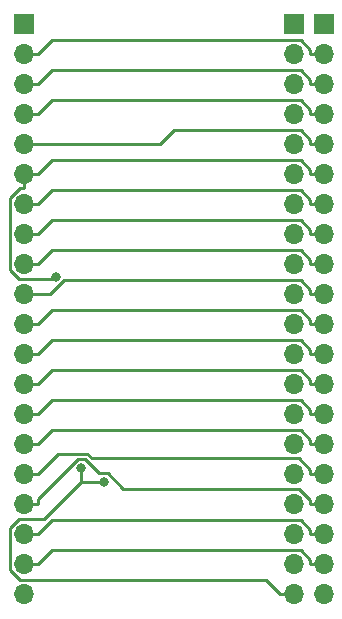
<source format=gbr>
G04 #@! TF.GenerationSoftware,KiCad,Pcbnew,5.1.5+dfsg1-2build2*
G04 #@! TF.CreationDate,2022-03-02T19:09:04-05:00*
G04 #@! TF.ProjectId,RAK11300_BREAKOUT,52414b31-3133-4303-905f-425245414b4f,rev?*
G04 #@! TF.SameCoordinates,Original*
G04 #@! TF.FileFunction,Copper,L2,Bot*
G04 #@! TF.FilePolarity,Positive*
%FSLAX46Y46*%
G04 Gerber Fmt 4.6, Leading zero omitted, Abs format (unit mm)*
G04 Created by KiCad (PCBNEW 5.1.5+dfsg1-2build2) date 2022-03-02 19:09:04*
%MOMM*%
%LPD*%
G04 APERTURE LIST*
%ADD10O,1.700000X1.700000*%
%ADD11R,1.700000X1.700000*%
%ADD12C,0.800000*%
%ADD13C,0.250000*%
G04 APERTURE END LIST*
D10*
X77400000Y-100130000D03*
X77400000Y-97590000D03*
X77400000Y-95050000D03*
X77400000Y-92510000D03*
X77400000Y-89970000D03*
X77400000Y-87430000D03*
X77400000Y-84890000D03*
X77400000Y-82350000D03*
X77400000Y-79810000D03*
X77400000Y-77270000D03*
X77400000Y-74730000D03*
X77400000Y-72190000D03*
X77400000Y-69650000D03*
X77400000Y-67110000D03*
X77400000Y-64570000D03*
X77400000Y-62030000D03*
X77400000Y-59490000D03*
X77400000Y-56950000D03*
X77400000Y-54410000D03*
D11*
X77400000Y-51870000D03*
D10*
X74860000Y-100130000D03*
X74860000Y-97590000D03*
X74860000Y-95050000D03*
X74860000Y-92510000D03*
X74860000Y-89970000D03*
X74860000Y-87430000D03*
X74860000Y-84890000D03*
X74860000Y-82350000D03*
X74860000Y-79810000D03*
X74860000Y-77270000D03*
X74860000Y-74730000D03*
X74860000Y-72190000D03*
X74860000Y-69650000D03*
X74860000Y-67110000D03*
X74860000Y-64570000D03*
X74860000Y-62030000D03*
X74860000Y-59490000D03*
X74860000Y-56950000D03*
X74860000Y-54410000D03*
D11*
X74860000Y-51870000D03*
D10*
X52000000Y-100130000D03*
X52000000Y-97590000D03*
X52000000Y-95050000D03*
X52000000Y-92510000D03*
X52000000Y-89970000D03*
X52000000Y-87430000D03*
X52000000Y-84890000D03*
X52000000Y-82350000D03*
X52000000Y-79810000D03*
X52000000Y-77270000D03*
X52000000Y-74730000D03*
X52000000Y-72190000D03*
X52000000Y-69650000D03*
X52000000Y-67110000D03*
X52000000Y-64570000D03*
X52000000Y-62030000D03*
X52000000Y-59490000D03*
X52000000Y-56950000D03*
X52000000Y-54410000D03*
D11*
X52000000Y-51870000D03*
D12*
X54664300Y-73252600D03*
X58756200Y-90616400D03*
X56835500Y-89427600D03*
D13*
X77400000Y-54410000D02*
X76224700Y-54410000D01*
X52000000Y-54410000D02*
X53175300Y-54410000D01*
X53175300Y-54410000D02*
X54350600Y-53234700D01*
X54350600Y-53234700D02*
X75416800Y-53234700D01*
X75416800Y-53234700D02*
X76224700Y-54042600D01*
X76224700Y-54042600D02*
X76224700Y-54410000D01*
X77400000Y-97590000D02*
X76224700Y-97590000D01*
X52000000Y-97590000D02*
X53175300Y-97590000D01*
X53175300Y-97590000D02*
X54350600Y-96414700D01*
X54350600Y-96414700D02*
X75416800Y-96414700D01*
X75416800Y-96414700D02*
X76224700Y-97222600D01*
X76224700Y-97222600D02*
X76224700Y-97590000D01*
X77400000Y-95050000D02*
X76224700Y-95050000D01*
X52000000Y-95050000D02*
X53175300Y-95050000D01*
X53175300Y-95050000D02*
X54350600Y-93874700D01*
X54350600Y-93874700D02*
X75416800Y-93874700D01*
X75416800Y-93874700D02*
X76224700Y-94682600D01*
X76224700Y-94682600D02*
X76224700Y-95050000D01*
X76224700Y-92510000D02*
X76224700Y-92142600D01*
X76224700Y-92142600D02*
X75279100Y-91197000D01*
X75279100Y-91197000D02*
X60362600Y-91197000D01*
X60362600Y-91197000D02*
X59056700Y-89891100D01*
X59056700Y-89891100D02*
X58324800Y-89891100D01*
X58324800Y-89891100D02*
X57136000Y-88702300D01*
X57136000Y-88702300D02*
X56523100Y-88702300D01*
X56523100Y-88702300D02*
X53175300Y-92050100D01*
X53175300Y-92050100D02*
X53175300Y-92510000D01*
X77400000Y-92510000D02*
X76224700Y-92510000D01*
X52000000Y-92510000D02*
X53175300Y-92510000D01*
X76224700Y-89970000D02*
X76224700Y-89602700D01*
X76224700Y-89602700D02*
X75253700Y-88631700D01*
X75253700Y-88631700D02*
X57702300Y-88631700D01*
X57702300Y-88631700D02*
X57322600Y-88252000D01*
X57322600Y-88252000D02*
X54893300Y-88252000D01*
X54893300Y-88252000D02*
X53175300Y-89970000D01*
X77400000Y-89970000D02*
X76224700Y-89970000D01*
X52000000Y-89970000D02*
X53175300Y-89970000D01*
X77400000Y-87430000D02*
X76224700Y-87430000D01*
X52000000Y-87430000D02*
X53175300Y-87430000D01*
X53175300Y-87430000D02*
X54350600Y-86254700D01*
X54350600Y-86254700D02*
X75416800Y-86254700D01*
X75416800Y-86254700D02*
X76224700Y-87062600D01*
X76224700Y-87062600D02*
X76224700Y-87430000D01*
X77400000Y-84890000D02*
X76224700Y-84890000D01*
X52000000Y-84890000D02*
X53175300Y-84890000D01*
X53175300Y-84890000D02*
X54350600Y-83714700D01*
X54350600Y-83714700D02*
X75416800Y-83714700D01*
X75416800Y-83714700D02*
X76224700Y-84522600D01*
X76224700Y-84522600D02*
X76224700Y-84890000D01*
X77400000Y-82350000D02*
X76224700Y-82350000D01*
X52000000Y-82350000D02*
X53175300Y-82350000D01*
X53175300Y-82350000D02*
X54350600Y-81174700D01*
X54350600Y-81174700D02*
X75416800Y-81174700D01*
X75416800Y-81174700D02*
X76224700Y-81982600D01*
X76224700Y-81982600D02*
X76224700Y-82350000D01*
X77400000Y-79810000D02*
X76224700Y-79810000D01*
X52000000Y-79810000D02*
X53175300Y-79810000D01*
X53175300Y-79810000D02*
X54350600Y-78634700D01*
X54350600Y-78634700D02*
X75416800Y-78634700D01*
X75416800Y-78634700D02*
X76224700Y-79442600D01*
X76224700Y-79442600D02*
X76224700Y-79810000D01*
X77400000Y-77270000D02*
X76224700Y-77270000D01*
X52000000Y-77270000D02*
X53175300Y-77270000D01*
X53175300Y-77270000D02*
X54350600Y-76094700D01*
X54350600Y-76094700D02*
X75416800Y-76094700D01*
X75416800Y-76094700D02*
X76224700Y-76902600D01*
X76224700Y-76902600D02*
X76224700Y-77270000D01*
X53175300Y-74730000D02*
X54212700Y-74730000D01*
X54212700Y-74730000D02*
X55388000Y-73554700D01*
X55388000Y-73554700D02*
X75416800Y-73554700D01*
X75416800Y-73554700D02*
X76224700Y-74362600D01*
X76224700Y-74362600D02*
X76224700Y-74730000D01*
X77400000Y-74730000D02*
X76224700Y-74730000D01*
X52000000Y-74730000D02*
X53175300Y-74730000D01*
X52000000Y-72190000D02*
X53175300Y-72190000D01*
X77400000Y-72190000D02*
X76224700Y-72190000D01*
X76224700Y-72190000D02*
X76224700Y-71822700D01*
X76224700Y-71822700D02*
X75416700Y-71014700D01*
X75416700Y-71014700D02*
X54350600Y-71014700D01*
X54350600Y-71014700D02*
X53175300Y-72190000D01*
X77400000Y-69650000D02*
X76224700Y-69650000D01*
X52000000Y-69650000D02*
X53175300Y-69650000D01*
X53175300Y-69650000D02*
X54350600Y-68474700D01*
X54350600Y-68474700D02*
X75416800Y-68474700D01*
X75416800Y-68474700D02*
X76224700Y-69282600D01*
X76224700Y-69282600D02*
X76224700Y-69650000D01*
X53175300Y-67110000D02*
X54350600Y-65934700D01*
X54350600Y-65934700D02*
X75416700Y-65934700D01*
X75416700Y-65934700D02*
X76224700Y-66742700D01*
X76224700Y-66742700D02*
X76224700Y-67110000D01*
X52000000Y-67110000D02*
X53175300Y-67110000D01*
X77400000Y-67110000D02*
X76224700Y-67110000D01*
X52000000Y-65745300D02*
X51632600Y-65745300D01*
X51632600Y-65745300D02*
X50824700Y-66553200D01*
X50824700Y-66553200D02*
X50824700Y-72678600D01*
X50824700Y-72678600D02*
X51552000Y-73405900D01*
X51552000Y-73405900D02*
X54511000Y-73405900D01*
X54511000Y-73405900D02*
X54664300Y-73252600D01*
X52000000Y-64570000D02*
X52000000Y-65745300D01*
X52000000Y-64570000D02*
X53175300Y-64570000D01*
X77400000Y-64570000D02*
X76224700Y-64570000D01*
X76224700Y-64570000D02*
X76224700Y-64202700D01*
X76224700Y-64202700D02*
X75416700Y-63394700D01*
X75416700Y-63394700D02*
X54350600Y-63394700D01*
X54350600Y-63394700D02*
X53175300Y-64570000D01*
X53175300Y-62030000D02*
X63489300Y-62030000D01*
X63489300Y-62030000D02*
X64664600Y-60854700D01*
X64664600Y-60854700D02*
X75416800Y-60854700D01*
X75416800Y-60854700D02*
X76224700Y-61662600D01*
X76224700Y-61662600D02*
X76224700Y-62030000D01*
X77400000Y-62030000D02*
X76224700Y-62030000D01*
X52000000Y-62030000D02*
X53175300Y-62030000D01*
X77400000Y-59490000D02*
X76224700Y-59490000D01*
X52000000Y-59490000D02*
X53175300Y-59490000D01*
X53175300Y-59490000D02*
X54350600Y-58314700D01*
X54350600Y-58314700D02*
X75416800Y-58314700D01*
X75416800Y-58314700D02*
X76224700Y-59122600D01*
X76224700Y-59122600D02*
X76224700Y-59490000D01*
X77400000Y-56950000D02*
X76224700Y-56950000D01*
X52000000Y-56950000D02*
X53175300Y-56950000D01*
X53175300Y-56950000D02*
X54350600Y-55774700D01*
X54350600Y-55774700D02*
X75416800Y-55774700D01*
X75416800Y-55774700D02*
X76224700Y-56582600D01*
X76224700Y-56582600D02*
X76224700Y-56950000D01*
X56835500Y-90616400D02*
X56835500Y-89427600D01*
X73684700Y-100130000D02*
X72509400Y-98954700D01*
X72509400Y-98954700D02*
X51681300Y-98954700D01*
X51681300Y-98954700D02*
X50770700Y-98044100D01*
X50770700Y-98044100D02*
X50770700Y-94546300D01*
X50770700Y-94546300D02*
X51537000Y-93780000D01*
X51537000Y-93780000D02*
X53671900Y-93780000D01*
X53671900Y-93780000D02*
X56835500Y-90616400D01*
X56835500Y-90616400D02*
X58756200Y-90616400D01*
X74860000Y-100130000D02*
X73684700Y-100130000D01*
M02*

</source>
